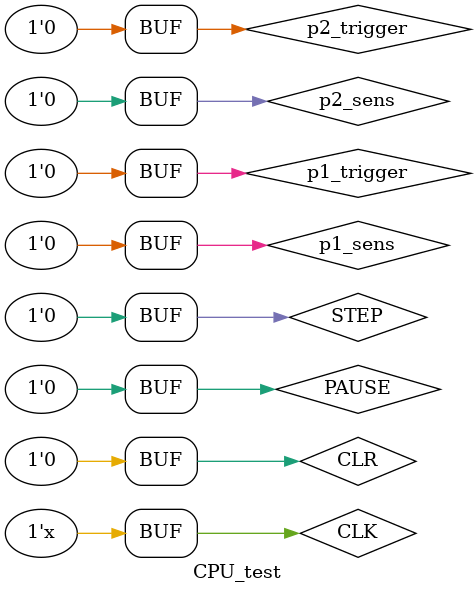
<source format=v>
`timescale 1ns / 1ps


module CPU_test;

	// Inputs
	reg CLK;
	reg CLR;
	reg PAUSE;
	reg STEP;
	reg p1_trigger;
	reg p1_sens;
	reg p2_trigger;
	reg p2_sens;

	// Outputs
	wire p1_shot;
	wire p1_hit;
	wire p2_shot;
	wire p2_hit;
	wire [7:0] RGB_out;
	wire HSync;
	wire VSync;
	wire [6:0] seg7;
	wire [3:0] select;

	// Instantiate the Unit Under Test (UUT)
	CPU uut (
		.CLK(CLK), 
		.CLR(CLR), 
		.PAUSE(PAUSE), 
		.STEP(STEP), 
		.p1_trigger(p1_trigger), 
		.p1_sens(p1_sens), 
		.p2_trigger(p2_trigger), 
		.p2_sens(p2_sens), 
		.p1_shot(p1_shot), 
		.p1_hit(p1_hit), 
		.p2_shot(p2_shot), 
		.p2_hit(p2_hit), 
		.RGB_out(RGB_out), 
		.HSync(HSync), 
		.VSync(VSync), 
		.seg7(seg7), 
		.select(select)
	);

	initial begin
		// Initialize Inputs
		CLK = 0;
		CLR = 0;
		PAUSE = 0;
		STEP = 0;
		p1_trigger = 0;
		p1_sens = 0;
		p2_trigger = 0;
		p2_sens = 0;

		// Wait 100 ns for global reset to finish
		#100;
		CLR = 1;
		#10 CLR = 0;
        
		// Add stimulus here

	end
	
	always 
		#1 CLK = ~CLK;

      
endmodule


</source>
